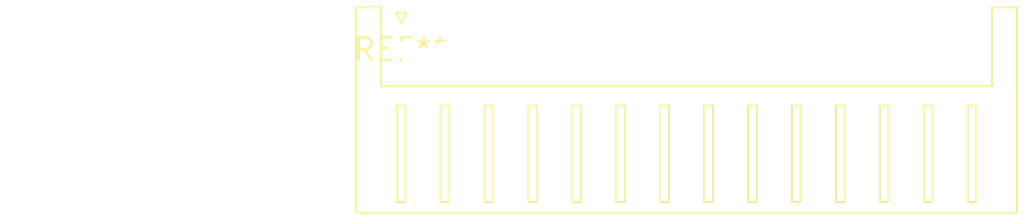
<source format=kicad_pcb>
(kicad_pcb (version 20240108) (generator pcbnew)
  (layers (0 "F.Cu" signal) (31 "B.Cu" signal) (34 "B.Paste" user) (35 "F.Paste" user) (36 "B.SilkS" user "B.Silkscreen") (37 "F.SilkS" user "F.Silkscreen") (38 "B.Mask" user) (39 "F.Mask" user) (44 "Edge.Cuts" user))
  (net 0 "")
  (footprint "JST_XH_S14B-XH-A_1x14_P2.50mm_Horizontal" (layer "F.Cu") (at 0 0)
    (property "Reference" "REF**")
    (property "Value" "JST_XH_S14B-XH-A_1x14_P2.50mm_Horizontal")
    (fp_line (start -2.56 -2.41) (end -1.14 -2.41) (layer "F.SilkS") (stroke (width 0.12)))
    (fp_line (start -2.56 9.31) (end -2.56 -2.41) (layer "F.SilkS") (stroke (width 0.12)))
    (fp_line (start -1.14 -2.41) (end -1.14 2.09) (layer "F.SilkS") (stroke (width 0.12)))
    (fp_line (start -1.14 2.09) (end 16.25 2.09) (layer "F.SilkS") (stroke (width 0.12)))
    (fp_line (start -0.3 -2.1) (end 0.3 -2.1) (layer "F.SilkS") (stroke (width 0.12)))
    (fp_line (start -0.25 3.2) (end -0.25 8.7) (layer "F.SilkS") (stroke (width 0.12)))
    (fp_line (start -0.25 8.7) (end 0.25 8.7) (layer "F.SilkS") (stroke (width 0.12)))
    (fp_line (start 0 -1.5) (end -0.3 -2.1) (layer "F.SilkS") (stroke (width 0.12)))
    (fp_line (start 0.25 3.2) (end -0.25 3.2) (layer "F.SilkS") (stroke (width 0.12)))
    (fp_line (start 0.25 8.7) (end 0.25 3.2) (layer "F.SilkS") (stroke (width 0.12)))
    (fp_line (start 0.3 -2.1) (end 0 -1.5) (layer "F.SilkS") (stroke (width 0.12)))
    (fp_line (start 2.25 3.2) (end 2.25 8.7) (layer "F.SilkS") (stroke (width 0.12)))
    (fp_line (start 2.25 8.7) (end 2.75 8.7) (layer "F.SilkS") (stroke (width 0.12)))
    (fp_line (start 2.75 3.2) (end 2.25 3.2) (layer "F.SilkS") (stroke (width 0.12)))
    (fp_line (start 2.75 8.7) (end 2.75 3.2) (layer "F.SilkS") (stroke (width 0.12)))
    (fp_line (start 4.75 3.2) (end 4.75 8.7) (layer "F.SilkS") (stroke (width 0.12)))
    (fp_line (start 4.75 8.7) (end 5.25 8.7) (layer "F.SilkS") (stroke (width 0.12)))
    (fp_line (start 5.25 3.2) (end 4.75 3.2) (layer "F.SilkS") (stroke (width 0.12)))
    (fp_line (start 5.25 8.7) (end 5.25 3.2) (layer "F.SilkS") (stroke (width 0.12)))
    (fp_line (start 7.25 3.2) (end 7.25 8.7) (layer "F.SilkS") (stroke (width 0.12)))
    (fp_line (start 7.25 8.7) (end 7.75 8.7) (layer "F.SilkS") (stroke (width 0.12)))
    (fp_line (start 7.75 3.2) (end 7.25 3.2) (layer "F.SilkS") (stroke (width 0.12)))
    (fp_line (start 7.75 8.7) (end 7.75 3.2) (layer "F.SilkS") (stroke (width 0.12)))
    (fp_line (start 9.75 3.2) (end 9.75 8.7) (layer "F.SilkS") (stroke (width 0.12)))
    (fp_line (start 9.75 8.7) (end 10.25 8.7) (layer "F.SilkS") (stroke (width 0.12)))
    (fp_line (start 10.25 3.2) (end 9.75 3.2) (layer "F.SilkS") (stroke (width 0.12)))
    (fp_line (start 10.25 8.7) (end 10.25 3.2) (layer "F.SilkS") (stroke (width 0.12)))
    (fp_line (start 12.25 3.2) (end 12.25 8.7) (layer "F.SilkS") (stroke (width 0.12)))
    (fp_line (start 12.25 8.7) (end 12.75 8.7) (layer "F.SilkS") (stroke (width 0.12)))
    (fp_line (start 12.75 3.2) (end 12.25 3.2) (layer "F.SilkS") (stroke (width 0.12)))
    (fp_line (start 12.75 8.7) (end 12.75 3.2) (layer "F.SilkS") (stroke (width 0.12)))
    (fp_line (start 14.75 3.2) (end 14.75 8.7) (layer "F.SilkS") (stroke (width 0.12)))
    (fp_line (start 14.75 8.7) (end 15.25 8.7) (layer "F.SilkS") (stroke (width 0.12)))
    (fp_line (start 15.25 3.2) (end 14.75 3.2) (layer "F.SilkS") (stroke (width 0.12)))
    (fp_line (start 15.25 8.7) (end 15.25 3.2) (layer "F.SilkS") (stroke (width 0.12)))
    (fp_line (start 16.25 9.31) (end -2.56 9.31) (layer "F.SilkS") (stroke (width 0.12)))
    (fp_line (start 16.25 9.31) (end 35.06 9.31) (layer "F.SilkS") (stroke (width 0.12)))
    (fp_line (start 17.25 3.2) (end 17.25 8.7) (layer "F.SilkS") (stroke (width 0.12)))
    (fp_line (start 17.25 8.7) (end 17.75 8.7) (layer "F.SilkS") (stroke (width 0.12)))
    (fp_line (start 17.75 3.2) (end 17.25 3.2) (layer "F.SilkS") (stroke (width 0.12)))
    (fp_line (start 17.75 8.7) (end 17.75 3.2) (layer "F.SilkS") (stroke (width 0.12)))
    (fp_line (start 19.75 3.2) (end 19.75 8.7) (layer "F.SilkS") (stroke (width 0.12)))
    (fp_line (start 19.75 8.7) (end 20.25 8.7) (layer "F.SilkS") (stroke (width 0.12)))
    (fp_line (start 20.25 3.2) (end 19.75 3.2) (layer "F.SilkS") (stroke (width 0.12)))
    (fp_line (start 20.25 8.7) (end 20.25 3.2) (layer "F.SilkS") (stroke (width 0.12)))
    (fp_line (start 22.25 3.2) (end 22.25 8.7) (layer "F.SilkS") (stroke (width 0.12)))
    (fp_line (start 22.25 8.7) (end 22.75 8.7) (layer "F.SilkS") (stroke (width 0.12)))
    (fp_line (start 22.75 3.2) (end 22.25 3.2) (layer "F.SilkS") (stroke (width 0.12)))
    (fp_line (start 22.75 8.7) (end 22.75 3.2) (layer "F.SilkS") (stroke (width 0.12)))
    (fp_line (start 24.75 3.2) (end 24.75 8.7) (layer "F.SilkS") (stroke (width 0.12)))
    (fp_line (start 24.75 8.7) (end 25.25 8.7) (layer "F.SilkS") (stroke (width 0.12)))
    (fp_line (start 25.25 3.2) (end 24.75 3.2) (layer "F.SilkS") (stroke (width 0.12)))
    (fp_line (start 25.25 8.7) (end 25.25 3.2) (layer "F.SilkS") (stroke (width 0.12)))
    (fp_line (start 27.25 3.2) (end 27.25 8.7) (layer "F.SilkS") (stroke (width 0.12)))
    (fp_line (start 27.25 8.7) (end 27.75 8.7) (layer "F.SilkS") (stroke (width 0.12)))
    (fp_line (start 27.75 3.2) (end 27.25 3.2) (layer "F.SilkS") (stroke (width 0.12)))
    (fp_line (start 27.75 8.7) (end 27.75 3.2) (layer "F.SilkS") (stroke (width 0.12)))
    (fp_line (start 29.75 3.2) (end 29.75 8.7) (layer "F.SilkS") (stroke (width 0.12)))
    (fp_line (start 29.75 8.7) (end 30.25 8.7) (layer "F.SilkS") (stroke (width 0.12)))
    (fp_line (start 30.25 3.2) (end 29.75 3.2) (layer "F.SilkS") (stroke (width 0.12)))
    (fp_line (start 30.25 8.7) (end 30.25 3.2) (layer "F.SilkS") (stroke (width 0.12)))
    (fp_line (start 32.25 3.2) (end 32.25 8.7) (layer "F.SilkS") (stroke (width 0.12)))
    (fp_line (start 32.25 8.7) (end 32.75 8.7) (layer "F.SilkS") (stroke (width 0.12)))
    (fp_line (start 32.75 3.2) (end 32.25 3.2) (layer "F.SilkS") (stroke (width 0.12)))
    (fp_line (start 32.75 8.7) (end 32.75 3.2) (layer "F.SilkS") (stroke (width 0.12)))
    (fp_line (start 33.64 -2.41) (end 33.64 2.09) (layer "F.SilkS") (stroke (width 0.12)))
    (fp_line (start 33.64 2.09) (end 16.25 2.09) (layer "F.SilkS") (stroke (width 0.12)))
    (fp_line (start 35.06 -2.41) (end 33.64 -2.41) (layer "F.SilkS") (stroke (width 0.12)))
    (fp_line (start 35.06 9.31) (end 35.06 -2.41) (layer "F.SilkS") (stroke (width 0.12)))
    (pad "1" thru_hole roundrect (at 0 0) (size 1.7 1.95) (drill 0.95) (layers *.Cu *.Mask) (remove_unused_layers) (roundrect_rratio 0.147059))
    (pad "2" thru_hole oval (at 2.5 0) (size 1.7 1.95) (drill 0.95) (layers *.Cu *.Mask) (remove_unused_layers))
    (pad "3" thru_hole oval (at 5 0) (size 1.7 1.95) (drill 0.95) (layers *.Cu *.Mask) (remove_unused_layers))
    (pad "4" thru_hole oval (at 7.5 0) (size 1.7 1.95) (drill 0.95) (layers *.Cu *.Mask) (remove_unused_layers))
    (pad "5" thru_hole oval (at 10 0) (size 1.7 1.95) (drill 0.95) (layers *.Cu *.Mask) (remove_unused_layers))
    (pad "6" thru_hole oval (at 12.5 0) (size 1.7 1.95) (drill 0.95) (layers *.Cu *.Mask) (remove_unused_layers))
    (pad "7" thru_hole oval (at 15 0) (size 1.7 1.95) (drill 0.95) (layers *.Cu *.Mask) (remove_unused_layers))
    (pad "8" thru_hole oval (at 17.5 0) (size 1.7 1.95) (drill 0.95) (layers *.Cu *.Mask) (remove_unused_layers))
    (pad "9" thru_hole oval (at 20 0) (size 1.7 1.95) (drill 0.95) (layers *.Cu *.Mask) (remove_unused_layers))
    (pad "10" thru_hole oval (at 22.5 0) (size 1.7 1.95) (drill 0.95) (layers *.Cu *.Mask) (remove_unused_layers))
    (pad "11" thru_hole oval (at 25 0) (size 1.7 1.95) (drill 0.95) (layers *.Cu *.Mask) (remove_unused_layers))
    (pad "12" thru_hole oval (at 27.5 0) (size 1.7 1.95) (drill 0.95) (layers *.Cu *.Mask) (remove_unused_layers))
    (pad "13" thru_hole oval (at 30 0) (size 1.7 1.95) (drill 0.95) (layers *.Cu *.Mask) (remove_unused_layers))
    (pad "14" thru_hole oval (at 32.5 0) (size 1.7 1.95) (drill 0.95) (layers *.Cu *.Mask) (remove_unused_layers))
  )
)
</source>
